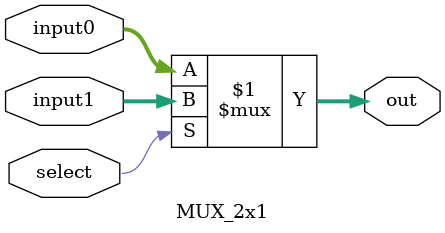
<source format=v>
module MUX_2x1(
    input [31:0] input0,
    input [31:0] input1,
    input select,
    output [31:0] out
);
    assign out = select ? input1 : input0;
endmodule
</source>
